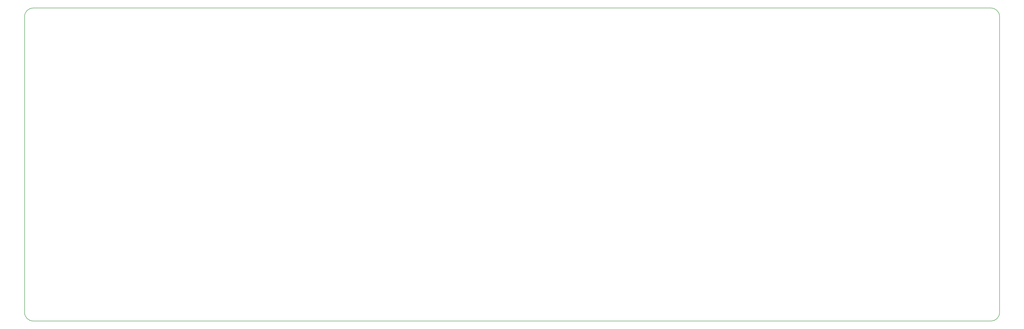
<source format=gbr>
G04 #@! TF.GenerationSoftware,KiCad,Pcbnew,(6.0.5)*
G04 #@! TF.CreationDate,2022-06-21T11:04:59-04:00*
G04 #@! TF.ProjectId,discipline-pcb,64697363-6970-46c6-996e-652d7063622e,rev?*
G04 #@! TF.SameCoordinates,Original*
G04 #@! TF.FileFunction,Profile,NP*
%FSLAX46Y46*%
G04 Gerber Fmt 4.6, Leading zero omitted, Abs format (unit mm)*
G04 Created by KiCad (PCBNEW (6.0.5)) date 2022-06-21 11:04:59*
%MOMM*%
%LPD*%
G01*
G04 APERTURE LIST*
G04 #@! TA.AperFunction,Profile*
%ADD10C,0.150000*%
G04 #@! TD*
G04 APERTURE END LIST*
D10*
X19630312Y-177198159D02*
G75*
G03*
X22940371Y-180502218I3307058J2999D01*
G01*
X398270989Y-180502248D02*
G75*
G03*
X401578048Y-177195160I11J3307048D01*
G01*
X401578050Y-61001809D02*
G75*
G03*
X398270989Y-57694750I-3307050J9D01*
G01*
X19630312Y-177198159D02*
X19630312Y-61001809D01*
X398270989Y-180502219D02*
X22937371Y-180502219D01*
X401578048Y-61001809D02*
X401578048Y-177195160D01*
X22937371Y-57694752D02*
G75*
G03*
X19630312Y-61001809I-1J-3307058D01*
G01*
X22937371Y-57694750D02*
X398270989Y-57694750D01*
M02*

</source>
